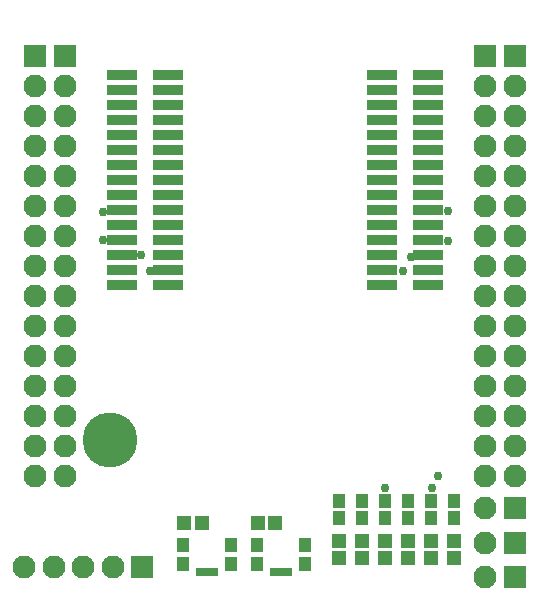
<source format=gts>
G04*
G04 #@! TF.GenerationSoftware,Altium Limited,Altium Designer,21.0.8 (223)*
G04*
G04 Layer_Color=8388736*
%FSLAX25Y25*%
%MOIN*%
G70*
G04*
G04 #@! TF.SameCoordinates,E8E4A7BE-DB6F-4252-8793-17DB4AC6D9EE*
G04*
G04*
G04 #@! TF.FilePolarity,Negative*
G04*
G01*
G75*
%ADD23R,0.10039X0.03583*%
%ADD24R,0.04134X0.04528*%
%ADD25R,0.07284X0.02756*%
%ADD26R,0.04528X0.04724*%
%ADD27R,0.04331X0.04528*%
%ADD28R,0.04724X0.04528*%
%ADD29R,0.07677X0.07677*%
%ADD30C,0.07677*%
%ADD31R,0.07677X0.07677*%
%ADD32C,0.00591*%
%ADD33C,0.18307*%
%ADD34C,0.02953*%
D23*
X50984Y63425D02*
D03*
X35630D02*
D03*
X50984Y68425D02*
D03*
X35630D02*
D03*
X50984Y73425D02*
D03*
X35630D02*
D03*
X50984Y78425D02*
D03*
X35630D02*
D03*
X50984Y83425D02*
D03*
X35630D02*
D03*
X50984Y88425D02*
D03*
X35630D02*
D03*
X50984Y93425D02*
D03*
X35630D02*
D03*
X50984Y98425D02*
D03*
X35630D02*
D03*
X50984Y103425D02*
D03*
X35630D02*
D03*
X50984Y108425D02*
D03*
X35630D02*
D03*
X50984Y113425D02*
D03*
X35630D02*
D03*
X50984Y118425D02*
D03*
X35630D02*
D03*
X50984Y123425D02*
D03*
X35630D02*
D03*
X50984Y128425D02*
D03*
X35630D02*
D03*
X50984Y133425D02*
D03*
X35630D02*
D03*
X-35630Y63425D02*
D03*
X-50984D02*
D03*
X-35630Y68425D02*
D03*
X-50984D02*
D03*
X-35630Y73425D02*
D03*
X-50984D02*
D03*
X-35630Y78425D02*
D03*
X-50984D02*
D03*
X-35630Y83425D02*
D03*
X-50984D02*
D03*
X-35630Y88425D02*
D03*
X-50984D02*
D03*
X-35630Y93425D02*
D03*
X-50984D02*
D03*
X-35630Y98425D02*
D03*
X-50984D02*
D03*
X-35630Y103425D02*
D03*
X-50984D02*
D03*
X-35630Y108425D02*
D03*
X-50984D02*
D03*
X-35630Y113425D02*
D03*
X-50984D02*
D03*
X-35630Y118425D02*
D03*
X-50984D02*
D03*
X-35630Y123425D02*
D03*
X-50984D02*
D03*
X-35630Y128425D02*
D03*
X-50984D02*
D03*
X-35630Y133425D02*
D03*
X-50984D02*
D03*
D24*
X-14764Y-23228D02*
D03*
X-30906Y-29528D02*
D03*
X-14764D02*
D03*
X-30906Y-23228D02*
D03*
X10039D02*
D03*
X-6102Y-29528D02*
D03*
X10039D02*
D03*
X-6102Y-23228D02*
D03*
D25*
X-22833Y-31988D02*
D03*
X1970D02*
D03*
D26*
X21168Y-27559D02*
D03*
Y-21654D02*
D03*
X44247Y-27559D02*
D03*
Y-21654D02*
D03*
X51940Y-27559D02*
D03*
Y-21654D02*
D03*
X36554Y-27559D02*
D03*
Y-21654D02*
D03*
X59633Y-27559D02*
D03*
Y-21654D02*
D03*
X28861Y-27559D02*
D03*
Y-21654D02*
D03*
D27*
X51940Y-8399D02*
D03*
Y-14108D02*
D03*
X36554Y-8399D02*
D03*
Y-14108D02*
D03*
X59633Y-8399D02*
D03*
Y-14108D02*
D03*
X44247Y-8399D02*
D03*
Y-14108D02*
D03*
X21168Y-8399D02*
D03*
Y-14108D02*
D03*
X28861Y-8399D02*
D03*
Y-14108D02*
D03*
D28*
X-5906Y-15728D02*
D03*
X0D02*
D03*
X-30512D02*
D03*
X-24606D02*
D03*
D29*
X79724Y-33797D02*
D03*
X79882Y-10827D02*
D03*
Y-22312D02*
D03*
X-44291Y-30512D02*
D03*
D30*
X69724Y-33797D02*
D03*
X69882Y-10827D02*
D03*
Y-22312D02*
D03*
X80000Y30000D02*
D03*
Y20000D02*
D03*
Y10000D02*
D03*
Y0D02*
D03*
Y40000D02*
D03*
Y80000D02*
D03*
Y70000D02*
D03*
Y60000D02*
D03*
Y50000D02*
D03*
Y100000D02*
D03*
Y110000D02*
D03*
Y120000D02*
D03*
Y130000D02*
D03*
Y90000D02*
D03*
X-80000D02*
D03*
Y130000D02*
D03*
Y120000D02*
D03*
Y110000D02*
D03*
Y100000D02*
D03*
Y50000D02*
D03*
Y60000D02*
D03*
Y70000D02*
D03*
Y80000D02*
D03*
Y40000D02*
D03*
Y0D02*
D03*
Y10000D02*
D03*
Y20000D02*
D03*
Y30000D02*
D03*
X70000D02*
D03*
Y20000D02*
D03*
Y10000D02*
D03*
Y0D02*
D03*
Y40000D02*
D03*
Y80000D02*
D03*
Y70000D02*
D03*
Y60000D02*
D03*
Y50000D02*
D03*
Y100000D02*
D03*
Y110000D02*
D03*
Y120000D02*
D03*
Y130000D02*
D03*
Y90000D02*
D03*
X-70000Y30000D02*
D03*
Y20000D02*
D03*
Y10000D02*
D03*
Y0D02*
D03*
Y40000D02*
D03*
Y80000D02*
D03*
Y70000D02*
D03*
Y60000D02*
D03*
Y50000D02*
D03*
Y100000D02*
D03*
Y110000D02*
D03*
Y120000D02*
D03*
Y130000D02*
D03*
Y90000D02*
D03*
X-54134Y-30512D02*
D03*
X-63976D02*
D03*
X-73819D02*
D03*
X-83661D02*
D03*
D31*
X80000Y140000D02*
D03*
X-80000D02*
D03*
X70000D02*
D03*
X-70000D02*
D03*
D32*
X55118Y153543D02*
D03*
X-55118D02*
D03*
D33*
Y11811D02*
D03*
D34*
X54165Y0D02*
D03*
X52165Y-3937D02*
D03*
X36417D02*
D03*
X-41900Y68400D02*
D03*
X-44900Y73500D02*
D03*
X-57600Y88000D02*
D03*
X-57390Y78690D02*
D03*
X45100Y73000D02*
D03*
X42600Y68200D02*
D03*
X57500Y78300D02*
D03*
X57492Y88308D02*
D03*
M02*

</source>
